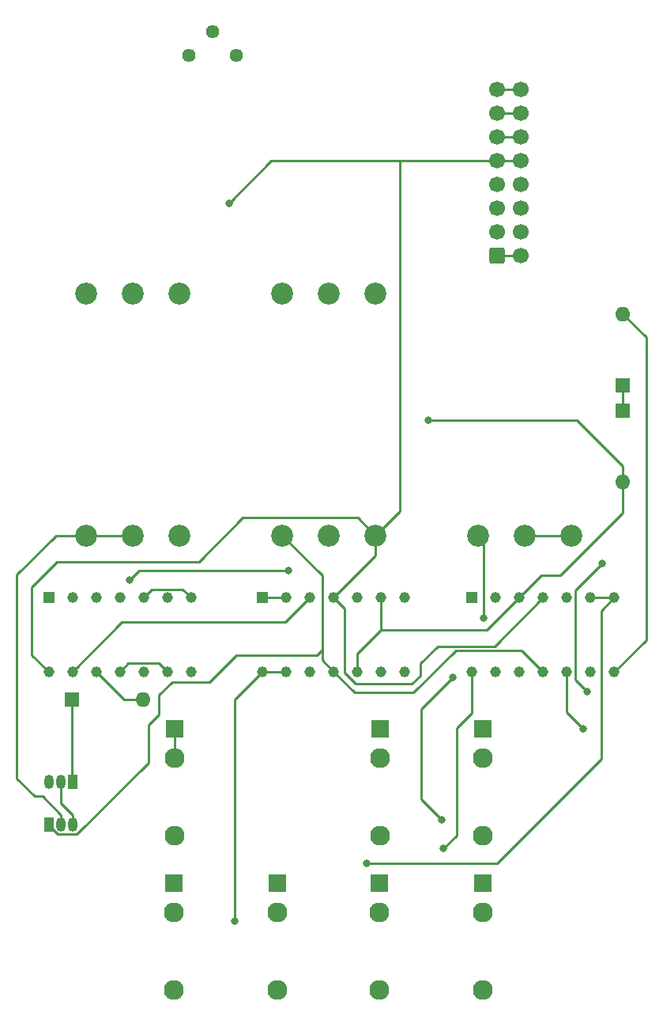
<source format=gbr>
%TF.GenerationSoftware,KiCad,Pcbnew,7.0.2*%
%TF.CreationDate,2023-05-22T18:24:12+02:00*%
%TF.ProjectId,VCO_EURORACK,56434f5f-4555-4524-9f52-41434b2e6b69,rev?*%
%TF.SameCoordinates,Original*%
%TF.FileFunction,Copper,L1,Top*%
%TF.FilePolarity,Positive*%
%FSLAX46Y46*%
G04 Gerber Fmt 4.6, Leading zero omitted, Abs format (unit mm)*
G04 Created by KiCad (PCBNEW 7.0.2) date 2023-05-22 18:24:12*
%MOMM*%
%LPD*%
G01*
G04 APERTURE LIST*
G04 Aperture macros list*
%AMRoundRect*
0 Rectangle with rounded corners*
0 $1 Rounding radius*
0 $2 $3 $4 $5 $6 $7 $8 $9 X,Y pos of 4 corners*
0 Add a 4 corners polygon primitive as box body*
4,1,4,$2,$3,$4,$5,$6,$7,$8,$9,$2,$3,0*
0 Add four circle primitives for the rounded corners*
1,1,$1+$1,$2,$3*
1,1,$1+$1,$4,$5*
1,1,$1+$1,$6,$7*
1,1,$1+$1,$8,$9*
0 Add four rect primitives between the rounded corners*
20,1,$1+$1,$2,$3,$4,$5,0*
20,1,$1+$1,$4,$5,$6,$7,0*
20,1,$1+$1,$6,$7,$8,$9,0*
20,1,$1+$1,$8,$9,$2,$3,0*%
G04 Aperture macros list end*
%TA.AperFunction,ComponentPad*%
%ADD10C,2.340000*%
%TD*%
%TA.AperFunction,ComponentPad*%
%ADD11R,1.930000X1.830000*%
%TD*%
%TA.AperFunction,ComponentPad*%
%ADD12C,2.130000*%
%TD*%
%TA.AperFunction,ComponentPad*%
%ADD13C,1.440000*%
%TD*%
%TA.AperFunction,ComponentPad*%
%ADD14R,1.600000X1.600000*%
%TD*%
%TA.AperFunction,ComponentPad*%
%ADD15O,1.600000X1.600000*%
%TD*%
%TA.AperFunction,ComponentPad*%
%ADD16RoundRect,0.250000X-0.600000X-0.600000X0.600000X-0.600000X0.600000X0.600000X-0.600000X0.600000X0*%
%TD*%
%TA.AperFunction,ComponentPad*%
%ADD17C,1.700000*%
%TD*%
%TA.AperFunction,ComponentPad*%
%ADD18R,1.170000X1.170000*%
%TD*%
%TA.AperFunction,ComponentPad*%
%ADD19C,1.170000*%
%TD*%
%TA.AperFunction,ComponentPad*%
%ADD20R,1.050000X1.500000*%
%TD*%
%TA.AperFunction,ComponentPad*%
%ADD21O,1.050000X1.500000*%
%TD*%
%TA.AperFunction,ViaPad*%
%ADD22C,0.800000*%
%TD*%
%TA.AperFunction,Conductor*%
%ADD23C,0.250000*%
%TD*%
G04 APERTURE END LIST*
D10*
%TO.P,RV5,1,1*%
%TO.N,+12V*%
X147380000Y-94470000D03*
%TO.P,RV5,2,2*%
%TO.N,Net-(R17-Pad1)*%
X142380000Y-94470000D03*
%TO.P,RV5,3,3*%
%TO.N,-12V*%
X137380000Y-94470000D03*
%TD*%
D11*
%TO.P,J3,S*%
%TO.N,GND*%
X147880000Y-115170000D03*
D12*
%TO.P,J3,T*%
%TO.N,Net-(J3-PadT)*%
X147880000Y-126570000D03*
%TO.P,J3,TN*%
%TO.N,GND*%
X147880000Y-118270000D03*
%TD*%
D11*
%TO.P,J7,S*%
%TO.N,GND*%
X147830000Y-131670000D03*
D12*
%TO.P,J7,T*%
%TO.N,/PWM_OUT*%
X147830000Y-143070000D03*
%TO.P,J7,TN*%
%TO.N,GND*%
X147830000Y-134770000D03*
%TD*%
D10*
%TO.P,RV6,1,1*%
%TO.N,Net-(R18-Pad1)*%
X168380000Y-94470000D03*
%TO.P,RV6,2,2*%
X163380000Y-94470000D03*
%TO.P,RV6,3,3*%
%TO.N,Net-(J6-PadT)*%
X158380000Y-94470000D03*
%TD*%
%TO.P,RV1,1,1*%
%TO.N,Net-(R1-Pad2)*%
X126380000Y-68570000D03*
%TO.P,RV1,2,2*%
%TO.N,Net-(R6-Pad1)*%
X121380000Y-68570000D03*
%TO.P,RV1,3,3*%
%TO.N,Net-(R2-Pad1)*%
X116380000Y-68570000D03*
%TD*%
D11*
%TO.P,J4,S*%
%TO.N,GND*%
X125830000Y-131670000D03*
D12*
%TO.P,J4,T*%
%TO.N,/SAW_OUT*%
X125830000Y-143070000D03*
%TO.P,J4,TN*%
%TO.N,GND*%
X125830000Y-134770000D03*
%TD*%
D11*
%TO.P,J2,S*%
%TO.N,GND*%
X125880000Y-115170000D03*
D12*
%TO.P,J2,T*%
%TO.N,Net-(J2-PadT)*%
X125880000Y-126570000D03*
%TO.P,J2,TN*%
%TO.N,GND*%
X125880000Y-118270000D03*
%TD*%
D10*
%TO.P,RV2,1,1*%
%TO.N,GND*%
X147380000Y-68570000D03*
%TO.P,RV2,2,2*%
%TO.N,Net-(R7-Pad1)*%
X142380000Y-68570000D03*
%TO.P,RV2,3,3*%
%TO.N,Net-(R3-Pad1)*%
X137380000Y-68570000D03*
%TD*%
D11*
%TO.P,J8,S*%
%TO.N,GND*%
X158880000Y-131670000D03*
D12*
%TO.P,J8,T*%
%TO.N,/TRI_OUT*%
X158880000Y-143070000D03*
%TO.P,J8,TN*%
%TO.N,GND*%
X158880000Y-134770000D03*
%TD*%
D10*
%TO.P,RV3,1,1*%
%TO.N,Net-(RV3-Pad1)*%
X126380000Y-94470000D03*
%TO.P,RV3,2,2*%
%TO.N,/VCO_CONTROL*%
X121380000Y-94470000D03*
%TO.P,RV3,3,3*%
X116380000Y-94470000D03*
%TD*%
D11*
%TO.P,J6,S*%
%TO.N,GND*%
X158880000Y-115170000D03*
D12*
%TO.P,J6,T*%
%TO.N,Net-(J6-PadT)*%
X158880000Y-126570000D03*
%TO.P,J6,TN*%
%TO.N,GND*%
X158880000Y-118270000D03*
%TD*%
D11*
%TO.P,J5,S*%
%TO.N,GND*%
X136880000Y-131670000D03*
D12*
%TO.P,J5,T*%
%TO.N,/SQR_OUT*%
X136880000Y-143070000D03*
%TO.P,J5,TN*%
%TO.N,GND*%
X136880000Y-134770000D03*
%TD*%
D13*
%TO.P,RV4,1,1*%
%TO.N,Net-(R8-Pad1)*%
X132460000Y-43070000D03*
%TO.P,RV4,2,2*%
%TO.N,GND*%
X129920000Y-40530000D03*
%TO.P,RV4,3,3*%
X127380000Y-43070000D03*
%TD*%
D14*
%TO.P,D2,1,K*%
%TO.N,Net-(D2-K)*%
X173880000Y-78400000D03*
D15*
%TO.P,D2,2,A*%
%TO.N,Net-(D2-A)*%
X173880000Y-70780000D03*
%TD*%
D16*
%TO.P,J1,1,Pin_1*%
%TO.N,-12V*%
X160380000Y-64570000D03*
D17*
%TO.P,J1,2,Pin_2*%
X162920000Y-64570000D03*
%TO.P,J1,3,Pin_3*%
%TO.N,GND*%
X160380000Y-62030000D03*
%TO.P,J1,4,Pin_4*%
X162920000Y-62030000D03*
%TO.P,J1,5,Pin_5*%
X160380000Y-59490000D03*
%TO.P,J1,6,Pin_6*%
X162920000Y-59490000D03*
%TO.P,J1,7,Pin_7*%
X160380000Y-56950000D03*
%TO.P,J1,8,Pin_8*%
X162920000Y-56950000D03*
%TO.P,J1,9,Pin_9*%
%TO.N,+12V*%
X160380000Y-54410000D03*
%TO.P,J1,10,Pin_10*%
X162920000Y-54410000D03*
%TO.P,J1,11,Pin_11*%
%TO.N,+5V*%
X160380000Y-51870000D03*
%TO.P,J1,12,Pin_12*%
X162920000Y-51870000D03*
%TO.P,J1,13,Pin_13*%
%TO.N,/CV*%
X160380000Y-49330000D03*
%TO.P,J1,14,Pin_14*%
X162920000Y-49330000D03*
%TO.P,J1,15,Pin_15*%
%TO.N,/GATE*%
X160380000Y-46790000D03*
%TO.P,J1,16,Pin_16*%
X162920000Y-46790000D03*
%TD*%
D18*
%TO.P,U1,1,A*%
%TO.N,GND*%
X112380000Y-101130000D03*
D19*
%TO.P,U1,2,G=~A*%
%TO.N,unconnected-(U1-G=~A-Pad2)*%
X114920000Y-101130000D03*
%TO.P,U1,3,B*%
%TO.N,GND*%
X117460000Y-101130000D03*
%TO.P,U1,4,H=~B*%
%TO.N,unconnected-(U1-H=~B-Pad4)*%
X120000000Y-101130000D03*
%TO.P,U1,5,C*%
%TO.N,GND*%
X122540000Y-101130000D03*
%TO.P,U1,6,I=~C*%
%TO.N,unconnected-(U1-I=~C-Pad6)*%
X125080000Y-101130000D03*
%TO.P,U1,7,VSS*%
%TO.N,GND*%
X127620000Y-101130000D03*
%TO.P,U1,8,J=~D*%
%TO.N,unconnected-(U1-J=~D-Pad8)*%
X127620000Y-109070000D03*
%TO.P,U1,9,D*%
%TO.N,GND*%
X125080000Y-109070000D03*
%TO.P,U1,10,K=~E*%
%TO.N,unconnected-(U1-K=~E-Pad10)*%
X122540000Y-109070000D03*
%TO.P,U1,11,E*%
%TO.N,GND*%
X120000000Y-109070000D03*
%TO.P,U1,12,L=~F*%
%TO.N,Net-(D1-A)*%
X117460000Y-109070000D03*
%TO.P,U1,13,F*%
%TO.N,Net-(D1-K)*%
X114920000Y-109070000D03*
%TO.P,U1,14,VDD*%
%TO.N,+12V*%
X112380000Y-109070000D03*
%TD*%
D20*
%TO.P,Q2,1,C*%
%TO.N,Net-(D1-K)*%
X114980000Y-120870000D03*
D21*
%TO.P,Q2,2,B*%
%TO.N,Net-(Q1-E)*%
X113710000Y-120870000D03*
%TO.P,Q2,3,E*%
%TO.N,GND*%
X112440000Y-120870000D03*
%TD*%
D14*
%TO.P,D3,1,K*%
%TO.N,Net-(D2-K)*%
X173880000Y-81160000D03*
D15*
%TO.P,D3,2,A*%
%TO.N,/BASE_SAW*%
X173880000Y-88780000D03*
%TD*%
D18*
%TO.P,U2,1,1OUT*%
%TO.N,Net-(U2-1IN-)*%
X135300000Y-101100000D03*
D19*
%TO.P,U2,2,1IN-*%
X137840000Y-101100000D03*
%TO.P,U2,3,1IN+*%
%TO.N,Net-(D1-K)*%
X140380000Y-101100000D03*
%TO.P,U2,4,VCC+*%
%TO.N,+12V*%
X142920000Y-101100000D03*
%TO.P,U2,5,2IN+*%
%TO.N,Net-(U2-2IN+)*%
X145460000Y-101100000D03*
%TO.P,U2,6,2IN-*%
%TO.N,/BASE_SAW*%
X148000000Y-101100000D03*
%TO.P,U2,7,2OUT*%
%TO.N,Net-(U2-2OUT)*%
X150540000Y-101100000D03*
%TO.P,U2,8,3OUT*%
%TO.N,Net-(U2-3OUT)*%
X150540000Y-109040000D03*
%TO.P,U2,9,3IN-*%
%TO.N,GND*%
X148000000Y-109040000D03*
%TO.P,U2,10,3IN+*%
%TO.N,/BASE_SAW*%
X145460000Y-109040000D03*
%TO.P,U2,11,VCC-*%
%TO.N,-12V*%
X142920000Y-109040000D03*
%TO.P,U2,12,4IN+*%
%TO.N,Net-(U2-4IN+)*%
X140380000Y-109040000D03*
%TO.P,U2,13,4IN-*%
%TO.N,Net-(U2-4IN-)*%
X137840000Y-109040000D03*
%TO.P,U2,14,4OUT*%
X135300000Y-109040000D03*
%TD*%
D18*
%TO.P,U3,1,1OUT*%
%TO.N,/PWM_NO_AJUST*%
X157720000Y-101130000D03*
D19*
%TO.P,U3,2,1IN-*%
%TO.N,Net-(U3-1IN-)*%
X160260000Y-101130000D03*
%TO.P,U3,3,1IN+*%
%TO.N,/BASE_SAW*%
X162800000Y-101130000D03*
%TO.P,U3,4,VCC+*%
%TO.N,+12V*%
X165340000Y-101130000D03*
%TO.P,U3,5,2IN+*%
%TO.N,Net-(U3-2IN+)*%
X167880000Y-101130000D03*
%TO.P,U3,6,2IN-*%
%TO.N,Net-(U3-2IN-)*%
X170420000Y-101130000D03*
%TO.P,U3,7,2OUT*%
X172960000Y-101130000D03*
%TO.P,U3,8,3OUT*%
%TO.N,Net-(D2-A)*%
X172960000Y-109070000D03*
%TO.P,U3,9,3IN-*%
%TO.N,Net-(U3-3IN-)*%
X170420000Y-109070000D03*
%TO.P,U3,10,3IN+*%
%TO.N,GND*%
X167880000Y-109070000D03*
%TO.P,U3,11,VCC-*%
%TO.N,-12V*%
X165340000Y-109070000D03*
%TO.P,U3,12,4IN+*%
%TO.N,/TRI_NO_AJUST*%
X162800000Y-109070000D03*
%TO.P,U3,13,4IN-*%
%TO.N,Net-(U3-4IN-)*%
X160260000Y-109070000D03*
%TO.P,U3,14,4OUT*%
%TO.N,Net-(U3-4OUT)*%
X157720000Y-109070000D03*
%TD*%
D14*
%TO.P,D1,1,K*%
%TO.N,Net-(D1-K)*%
X114880000Y-112070000D03*
D15*
%TO.P,D1,2,A*%
%TO.N,Net-(D1-A)*%
X122500000Y-112070000D03*
%TD*%
D20*
%TO.P,Q1,1,C*%
%TO.N,-12V*%
X112440000Y-125370000D03*
D21*
%TO.P,Q1,2,B*%
%TO.N,/VCO_CONTROL*%
X113710000Y-125370000D03*
%TO.P,Q1,3,E*%
%TO.N,Net-(Q1-E)*%
X114980000Y-125370000D03*
%TD*%
D22*
%TO.N,Net-(J6-PadT)*%
X154480000Y-124870000D03*
X155680000Y-109670000D03*
X158980000Y-103270000D03*
%TO.N,GND*%
X169680000Y-115170000D03*
%TO.N,Net-(U3-2IN-)*%
X146480000Y-129570000D03*
%TO.N,/BASE_SAW*%
X153080000Y-82170000D03*
%TO.N,Net-(U2-2OUT)*%
X138080000Y-98270000D03*
X121080000Y-99270000D03*
%TO.N,Net-(D2-K)*%
X171680000Y-97470000D03*
X170080000Y-111170000D03*
%TO.N,Net-(U3-4OUT)*%
X154680000Y-127970000D03*
%TO.N,Net-(U2-4IN-)*%
X132280000Y-135770000D03*
%TO.N,+12V*%
X131680000Y-58970000D03*
%TD*%
D23*
%TO.N,Net-(J6-PadT)*%
X152280000Y-122670000D02*
X154480000Y-124870000D01*
X152280000Y-113070000D02*
X152280000Y-122670000D01*
X155680000Y-109670000D02*
X152280000Y-113070000D01*
X158980000Y-95070000D02*
X158980000Y-103270000D01*
X158380000Y-94470000D02*
X158980000Y-95070000D01*
%TO.N,GND*%
X124170000Y-108160000D02*
X120910000Y-108160000D01*
X125080000Y-109070000D02*
X124170000Y-108160000D01*
X120910000Y-108160000D02*
X120000000Y-109070000D01*
X126710000Y-100220000D02*
X123450000Y-100220000D01*
X123450000Y-100220000D02*
X122540000Y-101130000D01*
X127620000Y-101130000D02*
X126710000Y-100220000D01*
X167880000Y-113370000D02*
X167880000Y-109070000D01*
X169680000Y-115170000D02*
X167880000Y-113370000D01*
X125880000Y-115170000D02*
X125880000Y-118270000D01*
%TO.N,Net-(U3-2IN-)*%
X160380000Y-129570000D02*
X171580000Y-118370000D01*
X146480000Y-129570000D02*
X160380000Y-129570000D01*
X171580000Y-102510000D02*
X172960000Y-101130000D01*
X171580000Y-118370000D02*
X171580000Y-102510000D01*
%TO.N,/BASE_SAW*%
X168980000Y-82170000D02*
X173880000Y-87070000D01*
X168980000Y-82170000D02*
X153080000Y-82170000D01*
X173880000Y-88780000D02*
X173880000Y-87070000D01*
%TO.N,Net-(U2-2OUT)*%
X122080000Y-98270000D02*
X138080000Y-98270000D01*
X121080000Y-99270000D02*
X122080000Y-98270000D01*
%TO.N,+12V*%
X144080000Y-102260000D02*
X142920000Y-101100000D01*
X152180000Y-108170000D02*
X152180000Y-109470000D01*
X145280000Y-110370000D02*
X144080000Y-109170000D01*
X154030000Y-106320000D02*
X152180000Y-108170000D01*
X151280000Y-110370000D02*
X145280000Y-110370000D01*
X160150000Y-106320000D02*
X154030000Y-106320000D01*
X152180000Y-109470000D02*
X151280000Y-110370000D01*
X144080000Y-109170000D02*
X144080000Y-102260000D01*
X165340000Y-101130000D02*
X160150000Y-106320000D01*
%TO.N,Net-(D2-K)*%
X168790000Y-100360000D02*
X171680000Y-97470000D01*
X170080000Y-111170000D02*
X168790000Y-109880000D01*
X168790000Y-109880000D02*
X168790000Y-100360000D01*
%TO.N,Net-(U3-2IN-)*%
X172960000Y-101130000D02*
X170420000Y-101130000D01*
%TO.N,Net-(D1-K)*%
X137710000Y-103770000D02*
X120220000Y-103770000D01*
X140380000Y-101100000D02*
X137710000Y-103770000D01*
X120220000Y-103770000D02*
X114920000Y-109070000D01*
%TO.N,Net-(U3-4OUT)*%
X156080000Y-126570000D02*
X154680000Y-127970000D01*
X156080000Y-115070000D02*
X156080000Y-126570000D01*
X156080000Y-115070000D02*
X157720000Y-113430000D01*
X157720000Y-109070000D02*
X157720000Y-113430000D01*
%TO.N,-12V*%
X141080000Y-107270000D02*
X141680000Y-106670000D01*
X132480000Y-107270000D02*
X141080000Y-107270000D01*
X129580000Y-110170000D02*
X132480000Y-107270000D01*
X125580000Y-110170000D02*
X129580000Y-110170000D01*
X124190714Y-111559286D02*
X125580000Y-110170000D01*
X124190714Y-113659286D02*
X124190714Y-111559286D01*
X123080000Y-118770000D02*
X123080000Y-114770000D01*
X115405000Y-126445000D02*
X123080000Y-118770000D01*
X113357918Y-126445000D02*
X115405000Y-126445000D01*
X112440000Y-125527082D02*
X113357918Y-126445000D01*
X123080000Y-114770000D02*
X124190714Y-113659286D01*
X112440000Y-125370000D02*
X112440000Y-125527082D01*
X141680000Y-98770000D02*
X141680000Y-106670000D01*
X141680000Y-106670000D02*
X141680000Y-107800000D01*
%TO.N,Net-(D1-K)*%
X114880000Y-120770000D02*
X114980000Y-120870000D01*
X114880000Y-112070000D02*
X114880000Y-120770000D01*
%TO.N,Net-(D1-A)*%
X120460000Y-112070000D02*
X122500000Y-112070000D01*
X117460000Y-109070000D02*
X120460000Y-112070000D01*
%TO.N,+12V*%
X110580000Y-107270000D02*
X112380000Y-109070000D01*
X110580000Y-99970000D02*
X110580000Y-107270000D01*
X133180000Y-92570000D02*
X128480000Y-97270000D01*
X128480000Y-97270000D02*
X113280000Y-97270000D01*
X113280000Y-97270000D02*
X110580000Y-99970000D01*
X145480000Y-92570000D02*
X133180000Y-92570000D01*
X147380000Y-94470000D02*
X145480000Y-92570000D01*
%TO.N,/VCO_CONTROL*%
X113710000Y-124370000D02*
X113710000Y-125370000D01*
X111710000Y-122370000D02*
X113710000Y-124370000D01*
X110880000Y-122370000D02*
X111710000Y-122370000D01*
X108980000Y-120470000D02*
X110880000Y-122370000D01*
X108980000Y-98670000D02*
X108980000Y-120470000D01*
X113180000Y-94470000D02*
X108980000Y-98670000D01*
X116380000Y-94470000D02*
X113180000Y-94470000D01*
%TO.N,-12V*%
X155980000Y-106770000D02*
X151480000Y-111270000D01*
X163040000Y-106770000D02*
X155980000Y-106770000D01*
X151480000Y-111270000D02*
X145150000Y-111270000D01*
X145150000Y-111270000D02*
X142920000Y-109040000D01*
X165340000Y-109070000D02*
X163040000Y-106770000D01*
%TO.N,Net-(D2-A)*%
X176380000Y-73280000D02*
X176380000Y-105650000D01*
X176380000Y-105650000D02*
X172960000Y-109070000D01*
X173880000Y-70780000D02*
X176380000Y-73280000D01*
%TO.N,Net-(D2-K)*%
X173880000Y-78400000D02*
X173880000Y-81160000D01*
%TO.N,/BASE_SAW*%
X165160000Y-98770000D02*
X162800000Y-101130000D01*
X173880000Y-92070000D02*
X167180000Y-98770000D01*
X173880000Y-88780000D02*
X173880000Y-92070000D01*
X167180000Y-98770000D02*
X165160000Y-98770000D01*
X159360000Y-104570000D02*
X147980000Y-104570000D01*
X162800000Y-101130000D02*
X159360000Y-104570000D01*
X148000000Y-104550000D02*
X147980000Y-104570000D01*
X147980000Y-104570000D02*
X145460000Y-107090000D01*
X145460000Y-107090000D02*
X145460000Y-109040000D01*
X148000000Y-101100000D02*
X148000000Y-104550000D01*
%TO.N,-12V*%
X137380000Y-94470000D02*
X141680000Y-98770000D01*
X141680000Y-107800000D02*
X142920000Y-109040000D01*
%TO.N,+12V*%
X147380000Y-94470000D02*
X147380000Y-96640000D01*
X147380000Y-96640000D02*
X142920000Y-101100000D01*
%TO.N,Net-(U2-1IN-)*%
X135300000Y-101100000D02*
X137840000Y-101100000D01*
%TO.N,Net-(U2-4IN-)*%
X132280000Y-112060000D02*
X132280000Y-135770000D01*
X135300000Y-109040000D02*
X132280000Y-112060000D01*
X135300000Y-109040000D02*
X137840000Y-109040000D01*
%TO.N,+12V*%
X149980000Y-91870000D02*
X149980000Y-54410000D01*
X147380000Y-94470000D02*
X149980000Y-91870000D01*
X149980000Y-54410000D02*
X136240000Y-54410000D01*
X160380000Y-54410000D02*
X149980000Y-54410000D01*
%TO.N,Net-(Q1-E)*%
X114980000Y-124370000D02*
X113710000Y-123100000D01*
X114980000Y-125370000D02*
X114980000Y-124370000D01*
X113710000Y-123100000D02*
X113710000Y-120870000D01*
%TO.N,Net-(R18-Pad1)*%
X163380000Y-94470000D02*
X168380000Y-94470000D01*
%TO.N,/VCO_CONTROL*%
X116380000Y-94470000D02*
X121380000Y-94470000D01*
%TO.N,+12V*%
X136240000Y-54410000D02*
X131680000Y-58970000D01*
%TO.N,/GATE*%
X160380000Y-46790000D02*
X162920000Y-46790000D01*
%TO.N,/CV*%
X160380000Y-49330000D02*
X162920000Y-49330000D01*
%TO.N,+5V*%
X160380000Y-51870000D02*
X162920000Y-51870000D01*
%TO.N,+12V*%
X160380000Y-54410000D02*
X162920000Y-54410000D01*
%TO.N,-12V*%
X160380000Y-64570000D02*
X162920000Y-64570000D01*
%TD*%
M02*

</source>
